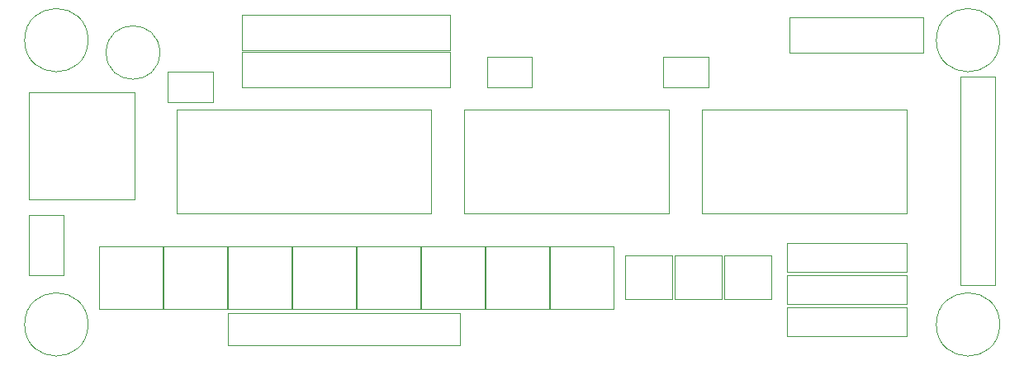
<source format=gbr>
%TF.GenerationSoftware,KiCad,Pcbnew,(5.1.9-0-10_14)*%
%TF.CreationDate,2021-05-20T01:37:57-04:00*%
%TF.ProjectId,REGISTER,52454749-5354-4455-922e-6b696361645f,rev?*%
%TF.SameCoordinates,Original*%
%TF.FileFunction,Other,User*%
%FSLAX46Y46*%
G04 Gerber Fmt 4.6, Leading zero omitted, Abs format (unit mm)*
G04 Created by KiCad (PCBNEW (5.1.9-0-10_14)) date 2021-05-20 01:37:57*
%MOMM*%
%LPD*%
G01*
G04 APERTURE LIST*
%ADD10C,0.050000*%
G04 APERTURE END LIST*
D10*
%TO.C,REF\u002A\u002A*%
X163016000Y-69342000D02*
G75*
G03*
X163016000Y-69342000I-3250000J0D01*
G01*
X163016000Y-98552000D02*
G75*
G03*
X163016000Y-98552000I-3250000J0D01*
G01*
X69544000Y-98552000D02*
G75*
G03*
X69544000Y-98552000I-3250000J0D01*
G01*
X69544000Y-69342000D02*
G75*
G03*
X69544000Y-69342000I-3250000J0D01*
G01*
%TO.C,J6*%
X141456000Y-70634000D02*
X155206000Y-70634000D01*
X155206000Y-70634000D02*
X155206000Y-67034000D01*
X155206000Y-67034000D02*
X141456000Y-67034000D01*
X141456000Y-67034000D02*
X141456000Y-70634000D01*
%TO.C,J2*%
X85322000Y-70380000D02*
X106672000Y-70380000D01*
X106672000Y-70380000D02*
X106672000Y-66780000D01*
X106672000Y-66780000D02*
X85322000Y-66780000D01*
X85322000Y-66780000D02*
X85322000Y-70380000D01*
%TO.C,C1*%
X110456000Y-71094000D02*
X110456000Y-74194000D01*
X110456000Y-74194000D02*
X115056000Y-74194000D01*
X115056000Y-74194000D02*
X115056000Y-71094000D01*
X115056000Y-71094000D02*
X110456000Y-71094000D01*
%TO.C,D11*%
X139580000Y-95976000D02*
X139580000Y-91476000D01*
X139580000Y-91476000D02*
X134730000Y-91476000D01*
X134730000Y-91476000D02*
X134730000Y-95976000D01*
X134730000Y-95976000D02*
X139580000Y-95976000D01*
%TO.C,D10*%
X134500000Y-95976000D02*
X134500000Y-91476000D01*
X134500000Y-91476000D02*
X129650000Y-91476000D01*
X129650000Y-91476000D02*
X129650000Y-95976000D01*
X129650000Y-95976000D02*
X134500000Y-95976000D01*
%TO.C,D9*%
X129420000Y-95976000D02*
X129420000Y-91476000D01*
X129420000Y-91476000D02*
X124570000Y-91476000D01*
X124570000Y-91476000D02*
X124570000Y-95976000D01*
X124570000Y-95976000D02*
X129420000Y-95976000D01*
%TO.C,C4*%
X76902000Y-70612000D02*
G75*
G03*
X76902000Y-70612000I-2750000J0D01*
G01*
%TO.C,C3*%
X133130000Y-74194000D02*
X133130000Y-71094000D01*
X133130000Y-71094000D02*
X128530000Y-71094000D01*
X128530000Y-71094000D02*
X128530000Y-74194000D01*
X128530000Y-74194000D02*
X133130000Y-74194000D01*
%TO.C,C2*%
X82330000Y-75718000D02*
X82330000Y-72618000D01*
X82330000Y-72618000D02*
X77730000Y-72618000D01*
X77730000Y-72618000D02*
X77730000Y-75718000D01*
X77730000Y-75718000D02*
X82330000Y-75718000D01*
%TO.C,U3*%
X108128000Y-87148000D02*
X129128000Y-87148000D01*
X129128000Y-87148000D02*
X129128000Y-76448000D01*
X129128000Y-76448000D02*
X108128000Y-76448000D01*
X108128000Y-76448000D02*
X108128000Y-87148000D01*
%TO.C,U2*%
X132512000Y-87148000D02*
X153512000Y-87148000D01*
X153512000Y-87148000D02*
X153512000Y-76448000D01*
X153512000Y-76448000D02*
X132512000Y-76448000D01*
X132512000Y-76448000D02*
X132512000Y-87148000D01*
%TO.C,U1*%
X78664000Y-87148000D02*
X104714000Y-87148000D01*
X104714000Y-87148000D02*
X104714000Y-76448000D01*
X104714000Y-76448000D02*
X78664000Y-76448000D01*
X78664000Y-76448000D02*
X78664000Y-87148000D01*
%TO.C,RN1*%
X83898000Y-97410000D02*
X83898000Y-100710000D01*
X83898000Y-100710000D02*
X107648000Y-100710000D01*
X107648000Y-100710000D02*
X107648000Y-97410000D01*
X107648000Y-97410000D02*
X83898000Y-97410000D01*
%TO.C,R3*%
X141190000Y-90194000D02*
X141190000Y-93194000D01*
X141190000Y-93194000D02*
X153450000Y-93194000D01*
X153450000Y-93194000D02*
X153450000Y-90194000D01*
X153450000Y-90194000D02*
X141190000Y-90194000D01*
%TO.C,R2*%
X141190000Y-96798000D02*
X141190000Y-99798000D01*
X141190000Y-99798000D02*
X153450000Y-99798000D01*
X153450000Y-99798000D02*
X153450000Y-96798000D01*
X153450000Y-96798000D02*
X141190000Y-96798000D01*
%TO.C,R1*%
X141190000Y-93496000D02*
X141190000Y-96496000D01*
X141190000Y-96496000D02*
X153450000Y-96496000D01*
X153450000Y-96496000D02*
X153450000Y-93496000D01*
X153450000Y-93496000D02*
X141190000Y-93496000D01*
%TO.C,J8*%
X158982000Y-73130000D02*
X158982000Y-94480000D01*
X158982000Y-94480000D02*
X162582000Y-94480000D01*
X162582000Y-94480000D02*
X162582000Y-73130000D01*
X162582000Y-73130000D02*
X158982000Y-73130000D01*
%TO.C,J5*%
X85322000Y-74190000D02*
X106672000Y-74190000D01*
X106672000Y-74190000D02*
X106672000Y-70590000D01*
X106672000Y-70590000D02*
X85322000Y-70590000D01*
X85322000Y-70590000D02*
X85322000Y-74190000D01*
%TO.C,J3*%
X63478000Y-87354000D02*
X63478000Y-93504000D01*
X63478000Y-93504000D02*
X67078000Y-93504000D01*
X67078000Y-93504000D02*
X67078000Y-87354000D01*
X67078000Y-87354000D02*
X63478000Y-87354000D01*
%TO.C,J1*%
X74290000Y-74724000D02*
X63480000Y-74724000D01*
X63480000Y-74724000D02*
X63480000Y-85724000D01*
X63480000Y-85724000D02*
X74290000Y-85724000D01*
X74290000Y-85724000D02*
X74290000Y-74724000D01*
%TO.C,D8*%
X70664000Y-96946000D02*
X77164000Y-96946000D01*
X77164000Y-96946000D02*
X77164000Y-90496000D01*
X77164000Y-90496000D02*
X70664000Y-90496000D01*
X70664000Y-90496000D02*
X70664000Y-96946000D01*
%TO.C,D7*%
X77268000Y-96946000D02*
X83768000Y-96946000D01*
X83768000Y-96946000D02*
X83768000Y-90496000D01*
X83768000Y-90496000D02*
X77268000Y-90496000D01*
X77268000Y-90496000D02*
X77268000Y-96946000D01*
%TO.C,D6*%
X83872000Y-96946000D02*
X90372000Y-96946000D01*
X90372000Y-96946000D02*
X90372000Y-90496000D01*
X90372000Y-90496000D02*
X83872000Y-90496000D01*
X83872000Y-90496000D02*
X83872000Y-96946000D01*
%TO.C,D5*%
X90476000Y-96946000D02*
X96976000Y-96946000D01*
X96976000Y-96946000D02*
X96976000Y-90496000D01*
X96976000Y-90496000D02*
X90476000Y-90496000D01*
X90476000Y-90496000D02*
X90476000Y-96946000D01*
%TO.C,D4*%
X97080000Y-96946000D02*
X103580000Y-96946000D01*
X103580000Y-96946000D02*
X103580000Y-90496000D01*
X103580000Y-90496000D02*
X97080000Y-90496000D01*
X97080000Y-90496000D02*
X97080000Y-96946000D01*
%TO.C,D3*%
X103684000Y-96946000D02*
X110184000Y-96946000D01*
X110184000Y-96946000D02*
X110184000Y-90496000D01*
X110184000Y-90496000D02*
X103684000Y-90496000D01*
X103684000Y-90496000D02*
X103684000Y-96946000D01*
%TO.C,D2*%
X110288000Y-96946000D02*
X116788000Y-96946000D01*
X116788000Y-96946000D02*
X116788000Y-90496000D01*
X116788000Y-90496000D02*
X110288000Y-90496000D01*
X110288000Y-90496000D02*
X110288000Y-96946000D01*
%TO.C,D1*%
X116892000Y-96946000D02*
X123392000Y-96946000D01*
X123392000Y-96946000D02*
X123392000Y-90496000D01*
X123392000Y-90496000D02*
X116892000Y-90496000D01*
X116892000Y-90496000D02*
X116892000Y-96946000D01*
%TD*%
M02*

</source>
